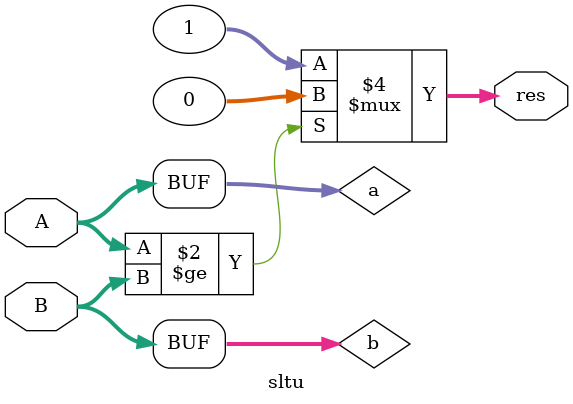
<source format=v>
`timescale 1ns / 1ps


module sltu(
input wire[31:0] A,
input wire[31:0] B,
output reg[31:0] res
    );
    reg[31:0] a;
    reg[31:0] b;
    always@(*)
    begin
        a = A;
        b = B;
       if(a >= b)
            res = 32'b0000_0000_0000_0000_0000_0000_0000_0000;
        else
            res = 32'b0000_0000_0000_0000_0000_0000_0000_0001;
    end
endmodule

</source>
